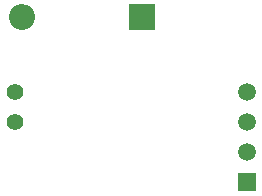
<source format=gbr>
%TF.GenerationSoftware,KiCad,Pcbnew,7.0.9*%
%TF.CreationDate,2023-11-22T21:43:23-08:00*%
%TF.ProjectId,esp12-temp-sensore,65737031-322d-4746-956d-702d73656e73,rev?*%
%TF.SameCoordinates,Original*%
%TF.FileFunction,Soldermask,Bot*%
%TF.FilePolarity,Negative*%
%FSLAX46Y46*%
G04 Gerber Fmt 4.6, Leading zero omitted, Abs format (unit mm)*
G04 Created by KiCad (PCBNEW 7.0.9) date 2023-11-22 21:43:23*
%MOMM*%
%LPD*%
G01*
G04 APERTURE LIST*
%ADD10R,2.200000X2.200000*%
%ADD11O,2.200000X2.200000*%
%ADD12C,1.400000*%
%ADD13R,1.500000X1.500000*%
%ADD14C,1.500000*%
G04 APERTURE END LIST*
D10*
%TO.C,D1*%
X58420000Y-27940000D03*
D11*
X48260000Y-27940000D03*
%TD*%
D12*
%TO.C,J1*%
X47625000Y-34290000D03*
X47625000Y-36830000D03*
%TD*%
D13*
%TO.C,U1*%
X67310000Y-41910000D03*
D14*
X67310000Y-39370000D03*
X67310000Y-36830000D03*
X67310000Y-34290000D03*
%TD*%
M02*

</source>
